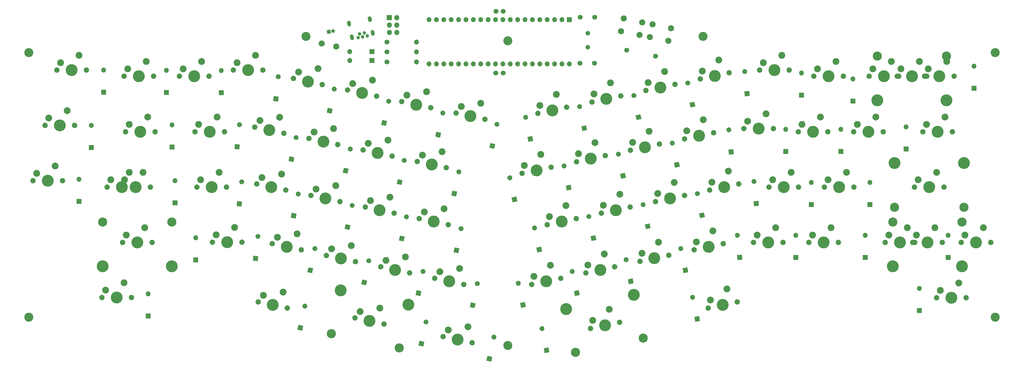
<source format=gbr>
%TF.GenerationSoftware,KiCad,Pcbnew,(5.1.7)-1*%
%TF.CreationDate,2020-11-01T13:44:48+07:00*%
%TF.ProjectId,sesame,73657361-6d65-42e6-9b69-6361645f7063,rev?*%
%TF.SameCoordinates,Original*%
%TF.FileFunction,Soldermask,Bot*%
%TF.FilePolarity,Negative*%
%FSLAX46Y46*%
G04 Gerber Fmt 4.6, Leading zero omitted, Abs format (unit mm)*
G04 Created by KiCad (PCBNEW (5.1.7)-1) date 2020-11-01 13:44:48*
%MOMM*%
%LPD*%
G01*
G04 APERTURE LIST*
%ADD10O,1.800000X1.800000*%
%ADD11C,1.200000*%
%ADD12C,3.100000*%
%ADD13C,1.300000*%
%ADD14C,2.350000*%
%ADD15C,4.087800*%
%ADD16C,1.850000*%
%ADD17C,3.148000*%
%ADD18O,1.700000X1.700000*%
%ADD19C,1.600000*%
%ADD20C,2.100000*%
%ADD21C,1.700000*%
G04 APERTURE END LIST*
D10*
%TO.C,AVR1*%
X173633750Y-74173750D03*
X171093750Y-74173750D03*
X173633750Y-71633750D03*
X171093750Y-71633750D03*
X173633750Y-69093750D03*
G36*
G01*
X170193750Y-69943750D02*
X170193750Y-68243750D01*
G75*
G02*
X170243750Y-68193750I50000J0D01*
G01*
X171943750Y-68193750D01*
G75*
G02*
X171993750Y-68243750I0J-50000D01*
G01*
X171993750Y-69943750D01*
G75*
G02*
X171943750Y-69993750I-50000J0D01*
G01*
X170243750Y-69993750D01*
G75*
G02*
X170193750Y-69943750I0J50000D01*
G01*
G37*
%TD*%
%TO.C,USB1*%
G36*
G01*
X158797549Y-75384011D02*
X158943087Y-76068715D01*
G75*
G02*
X158442434Y-76839654I-635796J-135143D01*
G01*
X158442434Y-76839654D01*
G75*
G02*
X157671495Y-76339001I-135143J635796D01*
G01*
X157525957Y-75654297D01*
G75*
G02*
X158026610Y-74883358I635796J135143D01*
G01*
X158026610Y-74883358D01*
G75*
G02*
X158797549Y-75384011I135143J-635796D01*
G01*
G37*
G36*
G01*
X165938027Y-73866255D02*
X166083565Y-74550959D01*
G75*
G02*
X165582912Y-75321898I-635796J-135143D01*
G01*
X165582912Y-75321898D01*
G75*
G02*
X164811973Y-74821245I-135143J635796D01*
G01*
X164666435Y-74136541D01*
G75*
G02*
X165167088Y-73365602I635796J135143D01*
G01*
X165167088Y-73365602D01*
G75*
G02*
X165938027Y-73866255I135143J-635796D01*
G01*
G37*
D11*
X163494544Y-75356858D03*
X162462532Y-74349410D03*
X161929508Y-75689517D03*
X160897496Y-74682069D03*
X160364472Y-76022175D03*
G36*
G01*
X164935892Y-69151584D02*
X165081430Y-69836288D01*
G75*
G02*
X164580777Y-70607227I-635796J-135143D01*
G01*
X164580777Y-70607227D01*
G75*
G02*
X163809838Y-70106574I-135143J635796D01*
G01*
X163664300Y-69421870D01*
G75*
G02*
X164164953Y-68650931I635796J135143D01*
G01*
X164164953Y-68650931D01*
G75*
G02*
X164935892Y-69151584I135143J-635796D01*
G01*
G37*
G36*
G01*
X157795415Y-70669339D02*
X157940953Y-71354043D01*
G75*
G02*
X157440300Y-72124982I-635796J-135143D01*
G01*
X157440300Y-72124982D01*
G75*
G02*
X156669361Y-71624329I-135143J635796D01*
G01*
X156523823Y-70939625D01*
G75*
G02*
X157024476Y-70168686I635796J135143D01*
G01*
X157024476Y-70168686D01*
G75*
G02*
X157795415Y-70669339I135143J-635796D01*
G01*
G37*
%TD*%
D12*
%TO.C,REF\u002A\u002A*%
X278955500Y-75565000D03*
%TD*%
D13*
%TO.C,C1*%
X151771721Y-73665632D03*
G36*
G01*
X149793451Y-74699532D02*
X149543957Y-73525754D01*
G75*
G02*
X149582468Y-73466451I48907J10396D01*
G01*
X150756246Y-73216957D01*
G75*
G02*
X150815549Y-73255468I10396J-48907D01*
G01*
X151065043Y-74429246D01*
G75*
G02*
X151026532Y-74488549I-48907J-10396D01*
G01*
X149852754Y-74738043D01*
G75*
G02*
X149793451Y-74699532I-10396J48907D01*
G01*
G37*
%TD*%
D14*
%TO.C,MX23*%
X189214686Y-115256606D03*
D15*
X185674000Y-119697500D03*
D14*
X182475353Y-116420862D03*
D16*
X180705010Y-118641309D03*
X190642990Y-120753691D03*
%TD*%
D12*
%TO.C,REF\u002A\u002A*%
X142430500Y-75565000D03*
%TD*%
D14*
%TO.C,MX61*%
X358711500Y-141414500D03*
D15*
X356171500Y-146494500D03*
D14*
X352361500Y-143954500D03*
D16*
X351091500Y-146494500D03*
X361251500Y-146494500D03*
D17*
X344265250Y-139509500D03*
X368077750Y-139509500D03*
D15*
X344265250Y-154749500D03*
X368077750Y-154749500D03*
%TD*%
D14*
%TO.C,MX59*%
X349250000Y-141414500D03*
D15*
X346710000Y-146494500D03*
D14*
X342900000Y-143954500D03*
D16*
X341630000Y-146494500D03*
X351790000Y-146494500D03*
%TD*%
D14*
%TO.C,MX31*%
X362204000Y-103314500D03*
D15*
X359664000Y-108394500D03*
D14*
X355854000Y-105854500D03*
D16*
X354584000Y-108394500D03*
X364744000Y-108394500D03*
%TD*%
D14*
%TO.C,MX15*%
X353377500Y-84201000D03*
D15*
X350837500Y-89281000D03*
D14*
X347027500Y-86741000D03*
D16*
X345757500Y-89281000D03*
X355917500Y-89281000D03*
D17*
X338931250Y-82296000D03*
X362743750Y-82296000D03*
D15*
X338931250Y-97536000D03*
X362743750Y-97536000D03*
%TD*%
D14*
%TO.C,MX33*%
X86360000Y-122364500D03*
D15*
X83820000Y-127444500D03*
D14*
X80010000Y-124904500D03*
D16*
X78740000Y-127444500D03*
X88900000Y-127444500D03*
%TD*%
D14*
%TO.C,MX18*%
X88011000Y-103314500D03*
D15*
X85471000Y-108394500D03*
D14*
X81661000Y-105854500D03*
D16*
X80391000Y-108394500D03*
X90551000Y-108394500D03*
%TD*%
D14*
%TO.C,MX69*%
X81610200Y-122377200D03*
D15*
X79070200Y-127457200D03*
D14*
X75260200Y-124917200D03*
D16*
X73990200Y-127457200D03*
X84150200Y-127457200D03*
%TD*%
D18*
%TO.C,D60*%
X334772000Y-144018000D03*
G36*
G01*
X335572000Y-152488000D02*
X333972000Y-152488000D01*
G75*
G02*
X333922000Y-152438000I0J50000D01*
G01*
X333922000Y-150838000D01*
G75*
G02*
X333972000Y-150788000I50000J0D01*
G01*
X335572000Y-150788000D01*
G75*
G02*
X335622000Y-150838000I0J-50000D01*
G01*
X335622000Y-152438000D01*
G75*
G02*
X335572000Y-152488000I-50000J0D01*
G01*
G37*
%TD*%
%TO.C,U1*%
X233045000Y-85026500D03*
X184785000Y-69786500D03*
X230505000Y-85026500D03*
X187325000Y-69786500D03*
X227965000Y-85026500D03*
X189865000Y-69786500D03*
X225425000Y-85026500D03*
X192405000Y-69786500D03*
X222885000Y-85026500D03*
X194945000Y-69786500D03*
X220345000Y-85026500D03*
X197485000Y-69786500D03*
X217805000Y-85026500D03*
X200025000Y-69786500D03*
X215265000Y-85026500D03*
X202565000Y-69786500D03*
X212725000Y-85026500D03*
X205105000Y-69786500D03*
X210185000Y-85026500D03*
X207645000Y-69786500D03*
X207645000Y-85026500D03*
X210185000Y-69786500D03*
X205105000Y-85026500D03*
X212725000Y-69786500D03*
X202565000Y-85026500D03*
X215265000Y-69786500D03*
X200025000Y-85026500D03*
X217805000Y-69786500D03*
X197485000Y-85026500D03*
X220345000Y-69786500D03*
X194945000Y-85026500D03*
X222885000Y-69786500D03*
X192405000Y-85026500D03*
X225425000Y-69786500D03*
X189865000Y-85026500D03*
X227965000Y-69786500D03*
X187325000Y-85026500D03*
X230505000Y-69786500D03*
X184785000Y-85026500D03*
G36*
G01*
X232245000Y-68936500D02*
X233845000Y-68936500D01*
G75*
G02*
X233895000Y-68986500I0J-50000D01*
G01*
X233895000Y-70586500D01*
G75*
G02*
X233845000Y-70636500I-50000J0D01*
G01*
X232245000Y-70636500D01*
G75*
G02*
X232195000Y-70586500I0J50000D01*
G01*
X232195000Y-68986500D01*
G75*
G02*
X232245000Y-68936500I50000J0D01*
G01*
G37*
%TD*%
D14*
%TO.C,MX5*%
X146606186Y-86681606D03*
D15*
X143065500Y-91122500D03*
D14*
X139866853Y-87845862D03*
D16*
X138096510Y-90066309D03*
X148034490Y-92178691D03*
%TD*%
D12*
%TO.C,REF\u002A\u002A*%
X211836000Y-181991000D03*
%TD*%
%TO.C,REF\u002A\u002A*%
X379476000Y-172212000D03*
%TD*%
%TO.C,REF\u002A\u002A*%
X379476000Y-81153000D03*
%TD*%
%TO.C,REF\u002A\u002A*%
X47117000Y-81153000D03*
%TD*%
%TO.C,REF\u002A\u002A*%
X47117000Y-172212000D03*
%TD*%
%TO.C,REF\u002A\u002A*%
X211836000Y-77089000D03*
%TD*%
D19*
%TO.C,XTAL1*%
X239331500Y-79302000D03*
X239331500Y-74422000D03*
%TD*%
D14*
%TO.C,MX24*%
X223170304Y-116168914D03*
D15*
X221742000Y-121666000D03*
D14*
X217487162Y-119973649D03*
D16*
X216773010Y-122722191D03*
X226710990Y-120609809D03*
%TD*%
D14*
%TO.C,MX28*%
X300672500Y-102235000D03*
D15*
X298132500Y-107315000D03*
D14*
X294322500Y-104775000D03*
D16*
X293052500Y-107315000D03*
X303212500Y-107315000D03*
%TD*%
D14*
%TO.C,MX66*%
X246728804Y-169572414D03*
D15*
X245300500Y-175069500D03*
D14*
X241045662Y-173377149D03*
D16*
X240331510Y-176125691D03*
X250269490Y-174013309D03*
D17*
X235106693Y-184377310D03*
X258398833Y-179426412D03*
D15*
X231938119Y-169470340D03*
X255230259Y-164519443D03*
%TD*%
D14*
%TO.C,MX65*%
X198104686Y-175518106D03*
D15*
X194564000Y-179959000D03*
D14*
X191365353Y-176682362D03*
D16*
X189595010Y-178902809D03*
X199532990Y-181015191D03*
%TD*%
D14*
%TO.C,MX64*%
X167815186Y-169104606D03*
D15*
X164274500Y-173545500D03*
D14*
X161075853Y-170268862D03*
D16*
X159305510Y-172489309D03*
X169243490Y-174601691D03*
D17*
X151176167Y-177902412D03*
X174468307Y-182853310D03*
D15*
X154344741Y-162995443D03*
X177636881Y-167946340D03*
%TD*%
D14*
%TO.C,MX46*%
X359346500Y-122364500D03*
D15*
X356806500Y-127444500D03*
D14*
X352996500Y-124904500D03*
D16*
X351726500Y-127444500D03*
X361886500Y-127444500D03*
D17*
X344900250Y-134429500D03*
X368712750Y-134429500D03*
D15*
X344900250Y-119189500D03*
X368712750Y-119189500D03*
%TD*%
D14*
%TO.C,MX47*%
X86931500Y-141414500D03*
D15*
X84391500Y-146494500D03*
D14*
X80581500Y-143954500D03*
D16*
X79311500Y-146494500D03*
X89471500Y-146494500D03*
D17*
X72485250Y-139509500D03*
X96297750Y-139509500D03*
D15*
X72485250Y-154749500D03*
X96297750Y-154749500D03*
%TD*%
D14*
%TO.C,MX16*%
X362839000Y-84201000D03*
D15*
X360299000Y-89281000D03*
D14*
X356489000Y-86741000D03*
D16*
X355219000Y-89281000D03*
X365379000Y-89281000D03*
%TD*%
D14*
%TO.C,MX45*%
X343789000Y-84201000D03*
D15*
X341249000Y-89281000D03*
D14*
X337439000Y-86741000D03*
D16*
X336169000Y-89281000D03*
X346329000Y-89281000D03*
%TD*%
D14*
%TO.C,MX68*%
X366966500Y-160464500D03*
D15*
X364426500Y-165544500D03*
D14*
X360616500Y-163004500D03*
D16*
X359346500Y-165544500D03*
X369506500Y-165544500D03*
%TD*%
D14*
%TO.C,MX67*%
X287178304Y-162523914D03*
D15*
X285750000Y-168021000D03*
D14*
X281495162Y-166328649D03*
D16*
X280781010Y-169077191D03*
X290718990Y-166964809D03*
%TD*%
D14*
%TO.C,MX63*%
X134541186Y-163580106D03*
D15*
X131000500Y-168021000D03*
D14*
X127801853Y-164744362D03*
D16*
X126031510Y-166964809D03*
X135969490Y-169077191D03*
%TD*%
D14*
%TO.C,MX62*%
X79819500Y-160401000D03*
D15*
X77279500Y-165481000D03*
D14*
X73469500Y-162941000D03*
D16*
X72199500Y-165481000D03*
X82359500Y-165481000D03*
%TD*%
D14*
%TO.C,MX60*%
X375412000Y-141414500D03*
D15*
X372872000Y-146494500D03*
D14*
X369062000Y-143954500D03*
D16*
X367792000Y-146494500D03*
X377952000Y-146494500D03*
%TD*%
D14*
%TO.C,MX58*%
X323024500Y-141414500D03*
D15*
X320484500Y-146494500D03*
D14*
X316674500Y-143954500D03*
D16*
X315404500Y-146494500D03*
X325564500Y-146494500D03*
%TD*%
D14*
%TO.C,MX57*%
X303974500Y-141414500D03*
D15*
X301434500Y-146494500D03*
D14*
X297624500Y-143954500D03*
D16*
X296354500Y-146494500D03*
X306514500Y-146494500D03*
%TD*%
D14*
%TO.C,MX56*%
X282352304Y-142521414D03*
D15*
X280924000Y-148018500D03*
D14*
X276669162Y-146326149D03*
D16*
X275955010Y-149074691D03*
X285892990Y-146962309D03*
%TD*%
D14*
%TO.C,MX55*%
X263683304Y-146458414D03*
D15*
X262255000Y-151955500D03*
D14*
X258000162Y-150263149D03*
D16*
X257286010Y-153011691D03*
X267223990Y-150899309D03*
%TD*%
D14*
%TO.C,MX54*%
X245077804Y-150458914D03*
D15*
X243649500Y-155956000D03*
D14*
X239394662Y-154263649D03*
D16*
X238680510Y-157012191D03*
X248618490Y-154899809D03*
%TD*%
D14*
%TO.C,MX53*%
X226472304Y-154395914D03*
D15*
X225044000Y-159893000D03*
D14*
X220789162Y-158200649D03*
D16*
X220075010Y-160949191D03*
X230012990Y-158836809D03*
%TD*%
D14*
%TO.C,MX52*%
X195247186Y-155452106D03*
D15*
X191706500Y-159893000D03*
D14*
X188507853Y-156616362D03*
D16*
X186737510Y-158836809D03*
X196675490Y-160949191D03*
%TD*%
D14*
%TO.C,MX51*%
X176641686Y-151515106D03*
D15*
X173101000Y-155956000D03*
D14*
X169902353Y-152679362D03*
D16*
X168132010Y-154899809D03*
X178069990Y-157012191D03*
%TD*%
D14*
%TO.C,MX50*%
X157972686Y-147578106D03*
D15*
X154432000Y-152019000D03*
D14*
X151233353Y-148742362D03*
D16*
X149463010Y-150962809D03*
X159400990Y-153075191D03*
%TD*%
D14*
%TO.C,MX49*%
X139367186Y-143577606D03*
D15*
X135826500Y-148018500D03*
D14*
X132627853Y-144741862D03*
D16*
X130857510Y-146962309D03*
X140795490Y-149074691D03*
%TD*%
D14*
%TO.C,MX48*%
X117856000Y-141351000D03*
D15*
X115316000Y-146431000D03*
D14*
X111506000Y-143891000D03*
D16*
X110236000Y-146431000D03*
X120396000Y-146431000D03*
%TD*%
D14*
%TO.C,MX44*%
X328358500Y-122364500D03*
D15*
X325818500Y-127444500D03*
D14*
X322008500Y-124904500D03*
D16*
X320738500Y-127444500D03*
X330898500Y-127444500D03*
%TD*%
D14*
%TO.C,MX43*%
X309308500Y-122364500D03*
D15*
X306768500Y-127444500D03*
D14*
X302958500Y-124904500D03*
D16*
X301688500Y-127444500D03*
X311848500Y-127444500D03*
%TD*%
D14*
%TO.C,MX42*%
X287686304Y-121947414D03*
D15*
X286258000Y-127444500D03*
D14*
X282003162Y-125752149D03*
D16*
X281289010Y-128500691D03*
X291226990Y-126388309D03*
%TD*%
D14*
%TO.C,MX41*%
X269080804Y-125884414D03*
D15*
X267652500Y-131381500D03*
D14*
X263397662Y-129689149D03*
D16*
X262683510Y-132437691D03*
X272621490Y-130325309D03*
%TD*%
D14*
%TO.C,MX40*%
X250411804Y-129884914D03*
D15*
X248983500Y-135382000D03*
D14*
X244728662Y-133689649D03*
D16*
X244014510Y-136438191D03*
X253952490Y-134325809D03*
%TD*%
D14*
%TO.C,MX39*%
X231806304Y-133821914D03*
D15*
X230378000Y-139319000D03*
D14*
X226123162Y-137626649D03*
D16*
X225409010Y-140375191D03*
X235346990Y-138262809D03*
%TD*%
D14*
%TO.C,MX38*%
X189913186Y-134878106D03*
D15*
X186372500Y-139319000D03*
D14*
X183173853Y-136042362D03*
D16*
X181403510Y-138262809D03*
X191341490Y-140375191D03*
%TD*%
D14*
%TO.C,MX37*%
X171307686Y-130941106D03*
D15*
X167767000Y-135382000D03*
D14*
X164568353Y-132105362D03*
D16*
X162798010Y-134325809D03*
X172735990Y-136438191D03*
%TD*%
D14*
%TO.C,MX36*%
X152638686Y-126940606D03*
D15*
X149098000Y-131381500D03*
D14*
X145899353Y-128104862D03*
D16*
X144129010Y-130325309D03*
X154066990Y-132437691D03*
%TD*%
D14*
%TO.C,MX35*%
X134033186Y-123003606D03*
D15*
X130492500Y-127444500D03*
D14*
X127293853Y-124167862D03*
D16*
X125523510Y-126388309D03*
X135461490Y-128500691D03*
%TD*%
D14*
%TO.C,MX34*%
X112522000Y-122364500D03*
D15*
X109982000Y-127444500D03*
D14*
X106172000Y-124904500D03*
D16*
X104902000Y-127444500D03*
X115062000Y-127444500D03*
%TD*%
D14*
%TO.C,MX32*%
X56134000Y-120205500D03*
D15*
X53594000Y-125285500D03*
D14*
X49784000Y-122745500D03*
D16*
X48514000Y-125285500D03*
X58674000Y-125285500D03*
%TD*%
D14*
%TO.C,MX30*%
X338391500Y-103314500D03*
D15*
X335851500Y-108394500D03*
D14*
X332041500Y-105854500D03*
D16*
X330771500Y-108394500D03*
X340931500Y-108394500D03*
%TD*%
D14*
%TO.C,MX29*%
X319341500Y-103314500D03*
D15*
X316801500Y-108394500D03*
D14*
X312991500Y-105854500D03*
D16*
X311721500Y-108394500D03*
X321881500Y-108394500D03*
%TD*%
D14*
%TO.C,MX27*%
X279050304Y-104294414D03*
D15*
X277622000Y-109791500D03*
D14*
X273367162Y-108099149D03*
D16*
X272653010Y-110847691D03*
X282590990Y-108735309D03*
%TD*%
D14*
%TO.C,MX26*%
X260444804Y-108231414D03*
D15*
X259016500Y-113728500D03*
D14*
X254761662Y-112036149D03*
D16*
X254047510Y-114784691D03*
X263985490Y-112672309D03*
%TD*%
D14*
%TO.C,MX25*%
X241839304Y-112168414D03*
D15*
X240411000Y-117665500D03*
D14*
X236156162Y-115973149D03*
D16*
X235442010Y-118721691D03*
X245379990Y-116609309D03*
%TD*%
D14*
%TO.C,MX22*%
X170609186Y-111256106D03*
D15*
X167068500Y-115697000D03*
D14*
X163869853Y-112420362D03*
D16*
X162099510Y-114640809D03*
X172037490Y-116753191D03*
%TD*%
D14*
%TO.C,MX21*%
X151940186Y-107319106D03*
D15*
X148399500Y-111760000D03*
D14*
X145200853Y-108483362D03*
D16*
X143430510Y-110703809D03*
X153368490Y-112816191D03*
%TD*%
D14*
%TO.C,MX20*%
X133334686Y-103382106D03*
D15*
X129794000Y-107823000D03*
D14*
X126595353Y-104546362D03*
D16*
X124825010Y-106766809D03*
X134762990Y-108879191D03*
%TD*%
D14*
%TO.C,MX19*%
X111823500Y-103314500D03*
D15*
X109283500Y-108394500D03*
D14*
X105473500Y-105854500D03*
D16*
X104203500Y-108394500D03*
X114363500Y-108394500D03*
%TD*%
D14*
%TO.C,MX17*%
X60261500Y-101155500D03*
D15*
X57721500Y-106235500D03*
D14*
X53911500Y-103695500D03*
D16*
X52641500Y-106235500D03*
X62801500Y-106235500D03*
%TD*%
D14*
%TO.C,MX14*%
X324739000Y-84201000D03*
D15*
X322199000Y-89281000D03*
D14*
X318389000Y-86741000D03*
D16*
X317119000Y-89281000D03*
X327279000Y-89281000D03*
%TD*%
D14*
%TO.C,MX13*%
X306070000Y-82105500D03*
D15*
X303530000Y-87185500D03*
D14*
X299720000Y-84645500D03*
D16*
X298450000Y-87185500D03*
X308610000Y-87185500D03*
%TD*%
D14*
%TO.C,MX12*%
X284447804Y-83656914D03*
D15*
X283019500Y-89154000D03*
D14*
X278764662Y-87461649D03*
D16*
X278050510Y-90210191D03*
X287988490Y-88097809D03*
%TD*%
D14*
%TO.C,MX11*%
X265778804Y-87657414D03*
D15*
X264350500Y-93154500D03*
D14*
X260095662Y-91462149D03*
D16*
X259381510Y-94210691D03*
X269319490Y-92098309D03*
%TD*%
D14*
%TO.C,MX10*%
X247173304Y-91594414D03*
D15*
X245745000Y-97091500D03*
D14*
X241490162Y-95399149D03*
D16*
X240776010Y-98147691D03*
X250713990Y-96035309D03*
%TD*%
D14*
%TO.C,MX9*%
X228567804Y-95531414D03*
D15*
X227139500Y-101028500D03*
D14*
X222884662Y-99336149D03*
D16*
X222170510Y-102084691D03*
X232108490Y-99972309D03*
%TD*%
D14*
%TO.C,MX8*%
X202549686Y-98556106D03*
D15*
X199009000Y-102997000D03*
D14*
X195810353Y-99720362D03*
D16*
X194040010Y-101940809D03*
X203977990Y-104053191D03*
%TD*%
D14*
%TO.C,MX7*%
X183880686Y-94619106D03*
D15*
X180340000Y-99060000D03*
D14*
X177141353Y-95783362D03*
D16*
X175371010Y-98003809D03*
X185308990Y-100116191D03*
%TD*%
D14*
%TO.C,MX6*%
X165275186Y-90618606D03*
D15*
X161734500Y-95059500D03*
D14*
X158535853Y-91782862D03*
D16*
X156765510Y-94003309D03*
X166703490Y-96115691D03*
%TD*%
D14*
%TO.C,MX4*%
X125095000Y-82105500D03*
D15*
X122555000Y-87185500D03*
D14*
X118745000Y-84645500D03*
D16*
X117475000Y-87185500D03*
X127635000Y-87185500D03*
%TD*%
D14*
%TO.C,MX3*%
X106521250Y-84201000D03*
D15*
X103981250Y-89281000D03*
D14*
X100171250Y-86741000D03*
D16*
X98901250Y-89281000D03*
X109061250Y-89281000D03*
%TD*%
D14*
%TO.C,MX2*%
X87471250Y-84201000D03*
D15*
X84931250Y-89281000D03*
D14*
X81121250Y-86741000D03*
D16*
X79851250Y-89281000D03*
X90011250Y-89281000D03*
%TD*%
D14*
%TO.C,MX1*%
X64389000Y-82105500D03*
D15*
X61849000Y-87185500D03*
D14*
X58039000Y-84645500D03*
D16*
X56769000Y-87185500D03*
X66929000Y-87185500D03*
%TD*%
D20*
%TO.C,Reset1*%
X267977959Y-72725426D03*
X267042357Y-77127090D03*
X261620000Y-71374000D03*
X260684397Y-75775664D03*
%TD*%
%TO.C,R6*%
G36*
G01*
X261836555Y-82199658D02*
X261836555Y-82199658D01*
G75*
G02*
X262844705Y-81544958I831425J-176725D01*
G01*
X262844705Y-81544958D01*
G75*
G02*
X263499405Y-82553108I-176725J-831425D01*
G01*
X263499405Y-82553108D01*
G75*
G02*
X262491255Y-83207808I-831425J176725D01*
G01*
X262491255Y-83207808D01*
G75*
G02*
X261836555Y-82199658I176725J831425D01*
G01*
G37*
D21*
X252730000Y-80264000D03*
%TD*%
D18*
%TO.C,R3*%
X180403500Y-80899000D03*
D21*
X170243500Y-80899000D03*
%TD*%
D18*
%TO.C,R2*%
X180403500Y-77470000D03*
D21*
X170243500Y-77470000D03*
%TD*%
D18*
%TO.C,R1*%
X180403500Y-84328000D03*
D21*
X170243500Y-84328000D03*
%TD*%
D20*
%TO.C,F1*%
X152794911Y-79043973D03*
X147828000Y-77978000D03*
%TD*%
D18*
%TO.C,D68*%
X353441000Y-162306000D03*
G36*
G01*
X354241000Y-170776000D02*
X352641000Y-170776000D01*
G75*
G02*
X352591000Y-170726000I0J50000D01*
G01*
X352591000Y-169126000D01*
G75*
G02*
X352641000Y-169076000I50000J0D01*
G01*
X354241000Y-169076000D01*
G75*
G02*
X354291000Y-169126000I0J-50000D01*
G01*
X354291000Y-170726000D01*
G75*
G02*
X354241000Y-170776000I-50000J0D01*
G01*
G37*
%TD*%
%TO.C,D67*%
G36*
G01*
X275579438Y-166224940D02*
X275579438Y-166224940D01*
G75*
G02*
X274571288Y-165570240I-176725J831425D01*
G01*
X274571288Y-165570240D01*
G75*
G02*
X275225988Y-164562090I831425J176725D01*
G01*
X275225988Y-164562090D01*
G75*
G02*
X276234138Y-165216790I176725J-831425D01*
G01*
X276234138Y-165216790D01*
G75*
G02*
X275579438Y-166224940I-831425J-176725D01*
G01*
G37*
G36*
G01*
X277946243Y-173512096D02*
X276381207Y-173844754D01*
G75*
G02*
X276321904Y-173806243I-10396J48907D01*
G01*
X275989246Y-172241207D01*
G75*
G02*
X276027757Y-172181904I48907J10396D01*
G01*
X277592793Y-171849246D01*
G75*
G02*
X277652096Y-171887757I10396J-48907D01*
G01*
X277984754Y-173452793D01*
G75*
G02*
X277946243Y-173512096I-48907J-10396D01*
G01*
G37*
%TD*%
%TO.C,D66*%
G36*
G01*
X223763438Y-177019940D02*
X223763438Y-177019940D01*
G75*
G02*
X222755288Y-176365240I-176725J831425D01*
G01*
X222755288Y-176365240D01*
G75*
G02*
X223409988Y-175357090I831425J176725D01*
G01*
X223409988Y-175357090D01*
G75*
G02*
X224418138Y-176011790I176725J-831425D01*
G01*
X224418138Y-176011790D01*
G75*
G02*
X223763438Y-177019940I-831425J-176725D01*
G01*
G37*
G36*
G01*
X226130243Y-184307096D02*
X224565207Y-184639754D01*
G75*
G02*
X224505904Y-184601243I-10396J48907D01*
G01*
X224173246Y-183036207D01*
G75*
G02*
X224211757Y-182976904I48907J10396D01*
G01*
X225776793Y-182644246D01*
G75*
G02*
X225836096Y-182682757I10396J-48907D01*
G01*
X226168754Y-184247793D01*
G75*
G02*
X226130243Y-184307096I-48907J-10396D01*
G01*
G37*
%TD*%
%TO.C,D65*%
G36*
G01*
X206893562Y-179940940D02*
X206893562Y-179940940D01*
G75*
G02*
X206238862Y-178932790I176725J831425D01*
G01*
X206238862Y-178932790D01*
G75*
G02*
X207247012Y-178278090I831425J-176725D01*
G01*
X207247012Y-178278090D01*
G75*
G02*
X207901712Y-179286240I-176725J-831425D01*
G01*
X207901712Y-179286240D01*
G75*
G02*
X206893562Y-179940940I-831425J176725D01*
G01*
G37*
G36*
G01*
X206091793Y-187560754D02*
X204526757Y-187228096D01*
G75*
G02*
X204488246Y-187168793I10396J48907D01*
G01*
X204820904Y-185603757D01*
G75*
G02*
X204880207Y-185565246I48907J-10396D01*
G01*
X206445243Y-185897904D01*
G75*
G02*
X206483754Y-185957207I-10396J-48907D01*
G01*
X206151096Y-187522243D01*
G75*
G02*
X206091793Y-187560754I-48907J10396D01*
G01*
G37*
%TD*%
%TO.C,D64*%
G36*
G01*
X183525562Y-174733940D02*
X183525562Y-174733940D01*
G75*
G02*
X182870862Y-173725790I176725J831425D01*
G01*
X182870862Y-173725790D01*
G75*
G02*
X183879012Y-173071090I831425J-176725D01*
G01*
X183879012Y-173071090D01*
G75*
G02*
X184533712Y-174079240I-176725J-831425D01*
G01*
X184533712Y-174079240D01*
G75*
G02*
X183525562Y-174733940I-831425J176725D01*
G01*
G37*
G36*
G01*
X182723793Y-182353754D02*
X181158757Y-182021096D01*
G75*
G02*
X181120246Y-181961793I10396J48907D01*
G01*
X181452904Y-180396757D01*
G75*
G02*
X181512207Y-180358246I48907J-10396D01*
G01*
X183077243Y-180690904D01*
G75*
G02*
X183115754Y-180750207I-10396J-48907D01*
G01*
X182783096Y-182315243D01*
G75*
G02*
X182723793Y-182353754I-48907J10396D01*
G01*
G37*
%TD*%
%TO.C,D63*%
G36*
G01*
X141869562Y-169272940D02*
X141869562Y-169272940D01*
G75*
G02*
X141214862Y-168264790I176725J831425D01*
G01*
X141214862Y-168264790D01*
G75*
G02*
X142223012Y-167610090I831425J-176725D01*
G01*
X142223012Y-167610090D01*
G75*
G02*
X142877712Y-168618240I-176725J-831425D01*
G01*
X142877712Y-168618240D01*
G75*
G02*
X141869562Y-169272940I-831425J176725D01*
G01*
G37*
G36*
G01*
X141067793Y-176892754D02*
X139502757Y-176560096D01*
G75*
G02*
X139464246Y-176500793I10396J48907D01*
G01*
X139796904Y-174935757D01*
G75*
G02*
X139856207Y-174897246I48907J-10396D01*
G01*
X141421243Y-175229904D01*
G75*
G02*
X141459754Y-175289207I-10396J-48907D01*
G01*
X141127096Y-176854243D01*
G75*
G02*
X141067793Y-176892754I-48907J10396D01*
G01*
G37*
%TD*%
%TO.C,D62*%
X88138000Y-164211000D03*
G36*
G01*
X88938000Y-172681000D02*
X87338000Y-172681000D01*
G75*
G02*
X87288000Y-172631000I0J50000D01*
G01*
X87288000Y-171031000D01*
G75*
G02*
X87338000Y-170981000I50000J0D01*
G01*
X88938000Y-170981000D01*
G75*
G02*
X88988000Y-171031000I0J-50000D01*
G01*
X88988000Y-172631000D01*
G75*
G02*
X88938000Y-172681000I-50000J0D01*
G01*
G37*
%TD*%
%TO.C,D61*%
X363347000Y-144018000D03*
G36*
G01*
X364147000Y-152488000D02*
X362547000Y-152488000D01*
G75*
G02*
X362497000Y-152438000I0J50000D01*
G01*
X362497000Y-150838000D01*
G75*
G02*
X362547000Y-150788000I50000J0D01*
G01*
X364147000Y-150788000D01*
G75*
G02*
X364197000Y-150838000I0J-50000D01*
G01*
X364197000Y-152438000D01*
G75*
G02*
X364147000Y-152488000I-50000J0D01*
G01*
G37*
%TD*%
%TO.C,D59*%
X310896000Y-144018000D03*
G36*
G01*
X311696000Y-152488000D02*
X310096000Y-152488000D01*
G75*
G02*
X310046000Y-152438000I0J50000D01*
G01*
X310046000Y-150838000D01*
G75*
G02*
X310096000Y-150788000I50000J0D01*
G01*
X311696000Y-150788000D01*
G75*
G02*
X311746000Y-150838000I0J-50000D01*
G01*
X311746000Y-152438000D01*
G75*
G02*
X311696000Y-152488000I-50000J0D01*
G01*
G37*
%TD*%
%TO.C,D58*%
G36*
G01*
X290884342Y-144905087D02*
X290884342Y-144905087D01*
G75*
G02*
X289950149Y-144148592I-88849J845344D01*
G01*
X289950149Y-144148592D01*
G75*
G02*
X290706644Y-143214399I845344J88849D01*
G01*
X290706644Y-143214399D01*
G75*
G02*
X291640837Y-143970894I88849J-845344D01*
G01*
X291640837Y-143970894D01*
G75*
G02*
X290884342Y-144905087I-845344J-88849D01*
G01*
G37*
G36*
G01*
X292476466Y-152399721D02*
X290885231Y-152566966D01*
G75*
G02*
X290830279Y-152522466I-5226J49726D01*
G01*
X290663034Y-150931231D01*
G75*
G02*
X290707534Y-150876279I49726J5226D01*
G01*
X292298769Y-150709034D01*
G75*
G02*
X292353721Y-150753534I5226J-49726D01*
G01*
X292520966Y-152344769D01*
G75*
G02*
X292476466Y-152399721I-49726J-5226D01*
G01*
G37*
%TD*%
%TO.C,D57*%
G36*
G01*
X271515438Y-149460940D02*
X271515438Y-149460940D01*
G75*
G02*
X270507288Y-148806240I-176725J831425D01*
G01*
X270507288Y-148806240D01*
G75*
G02*
X271161988Y-147798090I831425J176725D01*
G01*
X271161988Y-147798090D01*
G75*
G02*
X272170138Y-148452790I176725J-831425D01*
G01*
X272170138Y-148452790D01*
G75*
G02*
X271515438Y-149460940I-831425J-176725D01*
G01*
G37*
G36*
G01*
X273882243Y-156748096D02*
X272317207Y-157080754D01*
G75*
G02*
X272257904Y-157042243I-10396J48907D01*
G01*
X271925246Y-155477207D01*
G75*
G02*
X271963757Y-155417904I48907J10396D01*
G01*
X273528793Y-155085246D01*
G75*
G02*
X273588096Y-155123757I10396J-48907D01*
G01*
X273920754Y-156688793D01*
G75*
G02*
X273882243Y-156748096I-48907J-10396D01*
G01*
G37*
%TD*%
%TO.C,D56*%
G36*
G01*
X252719438Y-153270940D02*
X252719438Y-153270940D01*
G75*
G02*
X251711288Y-152616240I-176725J831425D01*
G01*
X251711288Y-152616240D01*
G75*
G02*
X252365988Y-151608090I831425J176725D01*
G01*
X252365988Y-151608090D01*
G75*
G02*
X253374138Y-152262790I176725J-831425D01*
G01*
X253374138Y-152262790D01*
G75*
G02*
X252719438Y-153270940I-831425J-176725D01*
G01*
G37*
G36*
G01*
X255086243Y-160558096D02*
X253521207Y-160890754D01*
G75*
G02*
X253461904Y-160852243I-10396J48907D01*
G01*
X253129246Y-159287207D01*
G75*
G02*
X253167757Y-159227904I48907J10396D01*
G01*
X254732793Y-158895246D01*
G75*
G02*
X254792096Y-158933757I10396J-48907D01*
G01*
X255124754Y-160498793D01*
G75*
G02*
X255086243Y-160558096I-48907J-10396D01*
G01*
G37*
%TD*%
%TO.C,D55*%
G36*
G01*
X234177438Y-157334940D02*
X234177438Y-157334940D01*
G75*
G02*
X233169288Y-156680240I-176725J831425D01*
G01*
X233169288Y-156680240D01*
G75*
G02*
X233823988Y-155672090I831425J176725D01*
G01*
X233823988Y-155672090D01*
G75*
G02*
X234832138Y-156326790I176725J-831425D01*
G01*
X234832138Y-156326790D01*
G75*
G02*
X234177438Y-157334940I-831425J-176725D01*
G01*
G37*
G36*
G01*
X236544243Y-164622096D02*
X234979207Y-164954754D01*
G75*
G02*
X234919904Y-164916243I-10396J48907D01*
G01*
X234587246Y-163351207D01*
G75*
G02*
X234625757Y-163291904I48907J10396D01*
G01*
X236190793Y-162959246D01*
G75*
G02*
X236250096Y-162997757I10396J-48907D01*
G01*
X236582754Y-164562793D01*
G75*
G02*
X236544243Y-164622096I-48907J-10396D01*
G01*
G37*
%TD*%
%TO.C,D54*%
G36*
G01*
X215635438Y-161398940D02*
X215635438Y-161398940D01*
G75*
G02*
X214627288Y-160744240I-176725J831425D01*
G01*
X214627288Y-160744240D01*
G75*
G02*
X215281988Y-159736090I831425J176725D01*
G01*
X215281988Y-159736090D01*
G75*
G02*
X216290138Y-160390790I176725J-831425D01*
G01*
X216290138Y-160390790D01*
G75*
G02*
X215635438Y-161398940I-831425J-176725D01*
G01*
G37*
G36*
G01*
X218002243Y-168686096D02*
X216437207Y-169018754D01*
G75*
G02*
X216377904Y-168980243I-10396J48907D01*
G01*
X216045246Y-167415207D01*
G75*
G02*
X216083757Y-167355904I48907J10396D01*
G01*
X217648793Y-167023246D01*
G75*
G02*
X217708096Y-167061757I10396J-48907D01*
G01*
X218040754Y-168626793D01*
G75*
G02*
X218002243Y-168686096I-48907J-10396D01*
G01*
G37*
%TD*%
%TO.C,D53*%
G36*
G01*
X201178562Y-161525940D02*
X201178562Y-161525940D01*
G75*
G02*
X200523862Y-160517790I176725J831425D01*
G01*
X200523862Y-160517790D01*
G75*
G02*
X201532012Y-159863090I831425J-176725D01*
G01*
X201532012Y-159863090D01*
G75*
G02*
X202186712Y-160871240I-176725J-831425D01*
G01*
X202186712Y-160871240D01*
G75*
G02*
X201178562Y-161525940I-831425J176725D01*
G01*
G37*
G36*
G01*
X200376793Y-169145754D02*
X198811757Y-168813096D01*
G75*
G02*
X198773246Y-168753793I10396J48907D01*
G01*
X199105904Y-167188757D01*
G75*
G02*
X199165207Y-167150246I48907J-10396D01*
G01*
X200730243Y-167482904D01*
G75*
G02*
X200768754Y-167542207I-10396J-48907D01*
G01*
X200436096Y-169107243D01*
G75*
G02*
X200376793Y-169145754I-48907J10396D01*
G01*
G37*
%TD*%
%TO.C,D52*%
G36*
G01*
X182509562Y-157334940D02*
X182509562Y-157334940D01*
G75*
G02*
X181854862Y-156326790I176725J831425D01*
G01*
X181854862Y-156326790D01*
G75*
G02*
X182863012Y-155672090I831425J-176725D01*
G01*
X182863012Y-155672090D01*
G75*
G02*
X183517712Y-156680240I-176725J-831425D01*
G01*
X183517712Y-156680240D01*
G75*
G02*
X182509562Y-157334940I-831425J176725D01*
G01*
G37*
G36*
G01*
X181707793Y-164954754D02*
X180142757Y-164622096D01*
G75*
G02*
X180104246Y-164562793I10396J48907D01*
G01*
X180436904Y-162997757D01*
G75*
G02*
X180496207Y-162959246I48907J-10396D01*
G01*
X182061243Y-163291904D01*
G75*
G02*
X182099754Y-163351207I-10396J-48907D01*
G01*
X181767096Y-164916243D01*
G75*
G02*
X181707793Y-164954754I-48907J10396D01*
G01*
G37*
%TD*%
%TO.C,D51*%
G36*
G01*
X163840562Y-153651940D02*
X163840562Y-153651940D01*
G75*
G02*
X163185862Y-152643790I176725J831425D01*
G01*
X163185862Y-152643790D01*
G75*
G02*
X164194012Y-151989090I831425J-176725D01*
G01*
X164194012Y-151989090D01*
G75*
G02*
X164848712Y-152997240I-176725J-831425D01*
G01*
X164848712Y-152997240D01*
G75*
G02*
X163840562Y-153651940I-831425J176725D01*
G01*
G37*
G36*
G01*
X163038793Y-161271754D02*
X161473757Y-160939096D01*
G75*
G02*
X161435246Y-160879793I10396J48907D01*
G01*
X161767904Y-159314757D01*
G75*
G02*
X161827207Y-159276246I48907J-10396D01*
G01*
X163392243Y-159608904D01*
G75*
G02*
X163430754Y-159668207I-10396J-48907D01*
G01*
X163098096Y-161233243D01*
G75*
G02*
X163038793Y-161271754I-48907J10396D01*
G01*
G37*
%TD*%
%TO.C,D50*%
G36*
G01*
X145298562Y-149460940D02*
X145298562Y-149460940D01*
G75*
G02*
X144643862Y-148452790I176725J831425D01*
G01*
X144643862Y-148452790D01*
G75*
G02*
X145652012Y-147798090I831425J-176725D01*
G01*
X145652012Y-147798090D01*
G75*
G02*
X146306712Y-148806240I-176725J-831425D01*
G01*
X146306712Y-148806240D01*
G75*
G02*
X145298562Y-149460940I-831425J176725D01*
G01*
G37*
G36*
G01*
X144496793Y-157080754D02*
X142931757Y-156748096D01*
G75*
G02*
X142893246Y-156688793I10396J48907D01*
G01*
X143225904Y-155123757D01*
G75*
G02*
X143285207Y-155085246I48907J-10396D01*
G01*
X144850243Y-155417904D01*
G75*
G02*
X144888754Y-155477207I-10396J-48907D01*
G01*
X144556096Y-157042243D01*
G75*
G02*
X144496793Y-157080754I-48907J10396D01*
G01*
G37*
%TD*%
%TO.C,D49*%
G36*
G01*
X125802658Y-145286087D02*
X125802658Y-145286087D01*
G75*
G02*
X125046163Y-144351894I88849J845344D01*
G01*
X125046163Y-144351894D01*
G75*
G02*
X125980356Y-143595399I845344J-88849D01*
G01*
X125980356Y-143595399D01*
G75*
G02*
X126736851Y-144529592I-88849J-845344D01*
G01*
X126736851Y-144529592D01*
G75*
G02*
X125802658Y-145286087I-845344J88849D01*
G01*
G37*
G36*
G01*
X125801769Y-152947966D02*
X124210534Y-152780721D01*
G75*
G02*
X124166034Y-152725769I5226J49726D01*
G01*
X124333279Y-151134534D01*
G75*
G02*
X124388231Y-151090034I49726J-5226D01*
G01*
X125979466Y-151257279D01*
G75*
G02*
X126023966Y-151312231I-5226J-49726D01*
G01*
X125856721Y-152903466D01*
G75*
G02*
X125801769Y-152947966I-49726J5226D01*
G01*
G37*
%TD*%
%TO.C,D48*%
X104521000Y-144907000D03*
G36*
G01*
X105321000Y-153377000D02*
X103721000Y-153377000D01*
G75*
G02*
X103671000Y-153327000I0J50000D01*
G01*
X103671000Y-151727000D01*
G75*
G02*
X103721000Y-151677000I50000J0D01*
G01*
X105321000Y-151677000D01*
G75*
G02*
X105371000Y-151727000I0J-50000D01*
G01*
X105371000Y-153327000D01*
G75*
G02*
X105321000Y-153377000I-50000J0D01*
G01*
G37*
%TD*%
%TO.C,D47*%
X336423000Y-125857000D03*
G36*
G01*
X337223000Y-134327000D02*
X335623000Y-134327000D01*
G75*
G02*
X335573000Y-134277000I0J50000D01*
G01*
X335573000Y-132677000D01*
G75*
G02*
X335623000Y-132627000I50000J0D01*
G01*
X337223000Y-132627000D01*
G75*
G02*
X337273000Y-132677000I0J-50000D01*
G01*
X337273000Y-134277000D01*
G75*
G02*
X337223000Y-134327000I-50000J0D01*
G01*
G37*
%TD*%
%TO.C,D45*%
X316230000Y-125857000D03*
G36*
G01*
X317030000Y-134327000D02*
X315430000Y-134327000D01*
G75*
G02*
X315380000Y-134277000I0J50000D01*
G01*
X315380000Y-132677000D01*
G75*
G02*
X315430000Y-132627000I50000J0D01*
G01*
X317030000Y-132627000D01*
G75*
G02*
X317080000Y-132677000I0J-50000D01*
G01*
X317080000Y-134277000D01*
G75*
G02*
X317030000Y-134327000I-50000J0D01*
G01*
G37*
%TD*%
%TO.C,D44*%
G36*
G01*
X296599342Y-126363087D02*
X296599342Y-126363087D01*
G75*
G02*
X295665149Y-125606592I-88849J845344D01*
G01*
X295665149Y-125606592D01*
G75*
G02*
X296421644Y-124672399I845344J88849D01*
G01*
X296421644Y-124672399D01*
G75*
G02*
X297355837Y-125428894I88849J-845344D01*
G01*
X297355837Y-125428894D01*
G75*
G02*
X296599342Y-126363087I-845344J-88849D01*
G01*
G37*
G36*
G01*
X298191466Y-133857721D02*
X296600231Y-134024966D01*
G75*
G02*
X296545279Y-133980466I-5226J49726D01*
G01*
X296378034Y-132389231D01*
G75*
G02*
X296422534Y-132334279I49726J5226D01*
G01*
X298013769Y-132167034D01*
G75*
G02*
X298068721Y-132211534I5226J-49726D01*
G01*
X298235966Y-133802769D01*
G75*
G02*
X298191466Y-133857721I-49726J-5226D01*
G01*
G37*
%TD*%
%TO.C,D43*%
G36*
G01*
X277230438Y-130537940D02*
X277230438Y-130537940D01*
G75*
G02*
X276222288Y-129883240I-176725J831425D01*
G01*
X276222288Y-129883240D01*
G75*
G02*
X276876988Y-128875090I831425J176725D01*
G01*
X276876988Y-128875090D01*
G75*
G02*
X277885138Y-129529790I176725J-831425D01*
G01*
X277885138Y-129529790D01*
G75*
G02*
X277230438Y-130537940I-831425J-176725D01*
G01*
G37*
G36*
G01*
X279597243Y-137825096D02*
X278032207Y-138157754D01*
G75*
G02*
X277972904Y-138119243I-10396J48907D01*
G01*
X277640246Y-136554207D01*
G75*
G02*
X277678757Y-136494904I48907J10396D01*
G01*
X279243793Y-136162246D01*
G75*
G02*
X279303096Y-136200757I10396J-48907D01*
G01*
X279635754Y-137765793D01*
G75*
G02*
X279597243Y-137825096I-48907J-10396D01*
G01*
G37*
%TD*%
%TO.C,D42*%
G36*
G01*
X258561438Y-134347940D02*
X258561438Y-134347940D01*
G75*
G02*
X257553288Y-133693240I-176725J831425D01*
G01*
X257553288Y-133693240D01*
G75*
G02*
X258207988Y-132685090I831425J176725D01*
G01*
X258207988Y-132685090D01*
G75*
G02*
X259216138Y-133339790I176725J-831425D01*
G01*
X259216138Y-133339790D01*
G75*
G02*
X258561438Y-134347940I-831425J-176725D01*
G01*
G37*
G36*
G01*
X260928243Y-141635096D02*
X259363207Y-141967754D01*
G75*
G02*
X259303904Y-141929243I-10396J48907D01*
G01*
X258971246Y-140364207D01*
G75*
G02*
X259009757Y-140304904I48907J10396D01*
G01*
X260574793Y-139972246D01*
G75*
G02*
X260634096Y-140010757I10396J-48907D01*
G01*
X260966754Y-141575793D01*
G75*
G02*
X260928243Y-141635096I-48907J-10396D01*
G01*
G37*
%TD*%
%TO.C,D41*%
G36*
G01*
X239892438Y-138411940D02*
X239892438Y-138411940D01*
G75*
G02*
X238884288Y-137757240I-176725J831425D01*
G01*
X238884288Y-137757240D01*
G75*
G02*
X239538988Y-136749090I831425J176725D01*
G01*
X239538988Y-136749090D01*
G75*
G02*
X240547138Y-137403790I176725J-831425D01*
G01*
X240547138Y-137403790D01*
G75*
G02*
X239892438Y-138411940I-831425J-176725D01*
G01*
G37*
G36*
G01*
X242259243Y-145699096D02*
X240694207Y-146031754D01*
G75*
G02*
X240634904Y-145993243I-10396J48907D01*
G01*
X240302246Y-144428207D01*
G75*
G02*
X240340757Y-144368904I48907J10396D01*
G01*
X241905793Y-144036246D01*
G75*
G02*
X241965096Y-144074757I10396J-48907D01*
G01*
X242297754Y-145639793D01*
G75*
G02*
X242259243Y-145699096I-48907J-10396D01*
G01*
G37*
%TD*%
%TO.C,D40*%
G36*
G01*
X221223438Y-142348940D02*
X221223438Y-142348940D01*
G75*
G02*
X220215288Y-141694240I-176725J831425D01*
G01*
X220215288Y-141694240D01*
G75*
G02*
X220869988Y-140686090I831425J176725D01*
G01*
X220869988Y-140686090D01*
G75*
G02*
X221878138Y-141340790I176725J-831425D01*
G01*
X221878138Y-141340790D01*
G75*
G02*
X221223438Y-142348940I-831425J-176725D01*
G01*
G37*
G36*
G01*
X223590243Y-149636096D02*
X222025207Y-149968754D01*
G75*
G02*
X221965904Y-149930243I-10396J48907D01*
G01*
X221633246Y-148365207D01*
G75*
G02*
X221671757Y-148305904I48907J10396D01*
G01*
X223236793Y-147973246D01*
G75*
G02*
X223296096Y-148011757I10396J-48907D01*
G01*
X223628754Y-149576793D01*
G75*
G02*
X223590243Y-149636096I-48907J-10396D01*
G01*
G37*
%TD*%
%TO.C,D39*%
G36*
G01*
X195590562Y-142602940D02*
X195590562Y-142602940D01*
G75*
G02*
X194935862Y-141594790I176725J831425D01*
G01*
X194935862Y-141594790D01*
G75*
G02*
X195944012Y-140940090I831425J-176725D01*
G01*
X195944012Y-140940090D01*
G75*
G02*
X196598712Y-141948240I-176725J-831425D01*
G01*
X196598712Y-141948240D01*
G75*
G02*
X195590562Y-142602940I-831425J176725D01*
G01*
G37*
G36*
G01*
X194788793Y-150222754D02*
X193223757Y-149890096D01*
G75*
G02*
X193185246Y-149830793I10396J48907D01*
G01*
X193517904Y-148265757D01*
G75*
G02*
X193577207Y-148227246I48907J-10396D01*
G01*
X195142243Y-148559904D01*
G75*
G02*
X195180754Y-148619207I-10396J-48907D01*
G01*
X194848096Y-150184243D01*
G75*
G02*
X194788793Y-150222754I-48907J10396D01*
G01*
G37*
%TD*%
%TO.C,D38*%
G36*
G01*
X176794562Y-138538940D02*
X176794562Y-138538940D01*
G75*
G02*
X176139862Y-137530790I176725J831425D01*
G01*
X176139862Y-137530790D01*
G75*
G02*
X177148012Y-136876090I831425J-176725D01*
G01*
X177148012Y-136876090D01*
G75*
G02*
X177802712Y-137884240I-176725J-831425D01*
G01*
X177802712Y-137884240D01*
G75*
G02*
X176794562Y-138538940I-831425J176725D01*
G01*
G37*
G36*
G01*
X175992793Y-146158754D02*
X174427757Y-145826096D01*
G75*
G02*
X174389246Y-145766793I10396J48907D01*
G01*
X174721904Y-144201757D01*
G75*
G02*
X174781207Y-144163246I48907J-10396D01*
G01*
X176346243Y-144495904D01*
G75*
G02*
X176384754Y-144555207I-10396J-48907D01*
G01*
X176052096Y-146120243D01*
G75*
G02*
X175992793Y-146158754I-48907J10396D01*
G01*
G37*
%TD*%
%TO.C,D37*%
G36*
G01*
X158125562Y-134601940D02*
X158125562Y-134601940D01*
G75*
G02*
X157470862Y-133593790I176725J831425D01*
G01*
X157470862Y-133593790D01*
G75*
G02*
X158479012Y-132939090I831425J-176725D01*
G01*
X158479012Y-132939090D01*
G75*
G02*
X159133712Y-133947240I-176725J-831425D01*
G01*
X159133712Y-133947240D01*
G75*
G02*
X158125562Y-134601940I-831425J176725D01*
G01*
G37*
G36*
G01*
X157323793Y-142221754D02*
X155758757Y-141889096D01*
G75*
G02*
X155720246Y-141829793I10396J48907D01*
G01*
X156052904Y-140264757D01*
G75*
G02*
X156112207Y-140226246I48907J-10396D01*
G01*
X157677243Y-140558904D01*
G75*
G02*
X157715754Y-140618207I-10396J-48907D01*
G01*
X157383096Y-142183243D01*
G75*
G02*
X157323793Y-142221754I-48907J10396D01*
G01*
G37*
%TD*%
%TO.C,D36*%
G36*
G01*
X139583562Y-130664940D02*
X139583562Y-130664940D01*
G75*
G02*
X138928862Y-129656790I176725J831425D01*
G01*
X138928862Y-129656790D01*
G75*
G02*
X139937012Y-129002090I831425J-176725D01*
G01*
X139937012Y-129002090D01*
G75*
G02*
X140591712Y-130010240I-176725J-831425D01*
G01*
X140591712Y-130010240D01*
G75*
G02*
X139583562Y-130664940I-831425J176725D01*
G01*
G37*
G36*
G01*
X138781793Y-138284754D02*
X137216757Y-137952096D01*
G75*
G02*
X137178246Y-137892793I10396J48907D01*
G01*
X137510904Y-136327757D01*
G75*
G02*
X137570207Y-136289246I48907J-10396D01*
G01*
X139135243Y-136621904D01*
G75*
G02*
X139173754Y-136681207I-10396J-48907D01*
G01*
X138841096Y-138246243D01*
G75*
G02*
X138781793Y-138284754I-48907J10396D01*
G01*
G37*
%TD*%
%TO.C,D35*%
G36*
G01*
X120214658Y-126490087D02*
X120214658Y-126490087D01*
G75*
G02*
X119458163Y-125555894I88849J845344D01*
G01*
X119458163Y-125555894D01*
G75*
G02*
X120392356Y-124799399I845344J-88849D01*
G01*
X120392356Y-124799399D01*
G75*
G02*
X121148851Y-125733592I-88849J-845344D01*
G01*
X121148851Y-125733592D01*
G75*
G02*
X120214658Y-126490087I-845344J88849D01*
G01*
G37*
G36*
G01*
X120213769Y-134151966D02*
X118622534Y-133984721D01*
G75*
G02*
X118578034Y-133929769I5226J49726D01*
G01*
X118745279Y-132338534D01*
G75*
G02*
X118800231Y-132294034I49726J-5226D01*
G01*
X120391466Y-132461279D01*
G75*
G02*
X120435966Y-132516231I-5226J-49726D01*
G01*
X120268721Y-134107466D01*
G75*
G02*
X120213769Y-134151966I-49726J5226D01*
G01*
G37*
%TD*%
%TO.C,D34*%
X97409000Y-125222000D03*
G36*
G01*
X98209000Y-133692000D02*
X96609000Y-133692000D01*
G75*
G02*
X96559000Y-133642000I0J50000D01*
G01*
X96559000Y-132042000D01*
G75*
G02*
X96609000Y-131992000I50000J0D01*
G01*
X98209000Y-131992000D01*
G75*
G02*
X98259000Y-132042000I0J-50000D01*
G01*
X98259000Y-133642000D01*
G75*
G02*
X98209000Y-133692000I-50000J0D01*
G01*
G37*
%TD*%
%TO.C,D33*%
X64389000Y-124714000D03*
G36*
G01*
X65189000Y-133184000D02*
X63589000Y-133184000D01*
G75*
G02*
X63539000Y-133134000I0J50000D01*
G01*
X63539000Y-131534000D01*
G75*
G02*
X63589000Y-131484000I50000J0D01*
G01*
X65189000Y-131484000D01*
G75*
G02*
X65239000Y-131534000I0J-50000D01*
G01*
X65239000Y-133134000D01*
G75*
G02*
X65189000Y-133184000I-50000J0D01*
G01*
G37*
%TD*%
%TO.C,D32*%
X348869000Y-106680000D03*
G36*
G01*
X349669000Y-115150000D02*
X348069000Y-115150000D01*
G75*
G02*
X348019000Y-115100000I0J50000D01*
G01*
X348019000Y-113500000D01*
G75*
G02*
X348069000Y-113450000I50000J0D01*
G01*
X349669000Y-113450000D01*
G75*
G02*
X349719000Y-113500000I0J-50000D01*
G01*
X349719000Y-115100000D01*
G75*
G02*
X349669000Y-115150000I-50000J0D01*
G01*
G37*
%TD*%
%TO.C,D31*%
X326390000Y-107569000D03*
G36*
G01*
X327190000Y-116039000D02*
X325590000Y-116039000D01*
G75*
G02*
X325540000Y-115989000I0J50000D01*
G01*
X325540000Y-114389000D01*
G75*
G02*
X325590000Y-114339000I50000J0D01*
G01*
X327190000Y-114339000D01*
G75*
G02*
X327240000Y-114389000I0J-50000D01*
G01*
X327240000Y-115989000D01*
G75*
G02*
X327190000Y-116039000I-50000J0D01*
G01*
G37*
%TD*%
%TO.C,D30*%
X307467000Y-107569000D03*
G36*
G01*
X308267000Y-116039000D02*
X306667000Y-116039000D01*
G75*
G02*
X306617000Y-115989000I0J50000D01*
G01*
X306617000Y-114389000D01*
G75*
G02*
X306667000Y-114339000I50000J0D01*
G01*
X308267000Y-114339000D01*
G75*
G02*
X308317000Y-114389000I0J-50000D01*
G01*
X308317000Y-115989000D01*
G75*
G02*
X308267000Y-116039000I-50000J0D01*
G01*
G37*
%TD*%
%TO.C,D29*%
G36*
G01*
X287963342Y-108583087D02*
X287963342Y-108583087D01*
G75*
G02*
X287029149Y-107826592I-88849J845344D01*
G01*
X287029149Y-107826592D01*
G75*
G02*
X287785644Y-106892399I845344J88849D01*
G01*
X287785644Y-106892399D01*
G75*
G02*
X288719837Y-107648894I88849J-845344D01*
G01*
X288719837Y-107648894D01*
G75*
G02*
X287963342Y-108583087I-845344J-88849D01*
G01*
G37*
G36*
G01*
X289555466Y-116077721D02*
X287964231Y-116244966D01*
G75*
G02*
X287909279Y-116200466I-5226J49726D01*
G01*
X287742034Y-114609231D01*
G75*
G02*
X287786534Y-114554279I49726J5226D01*
G01*
X289377769Y-114387034D01*
G75*
G02*
X289432721Y-114431534I5226J-49726D01*
G01*
X289599966Y-116022769D01*
G75*
G02*
X289555466Y-116077721I-49726J-5226D01*
G01*
G37*
%TD*%
%TO.C,D28*%
G36*
G01*
X268594438Y-113138940D02*
X268594438Y-113138940D01*
G75*
G02*
X267586288Y-112484240I-176725J831425D01*
G01*
X267586288Y-112484240D01*
G75*
G02*
X268240988Y-111476090I831425J176725D01*
G01*
X268240988Y-111476090D01*
G75*
G02*
X269249138Y-112130790I176725J-831425D01*
G01*
X269249138Y-112130790D01*
G75*
G02*
X268594438Y-113138940I-831425J-176725D01*
G01*
G37*
G36*
G01*
X270961243Y-120426096D02*
X269396207Y-120758754D01*
G75*
G02*
X269336904Y-120720243I-10396J48907D01*
G01*
X269004246Y-119155207D01*
G75*
G02*
X269042757Y-119095904I48907J10396D01*
G01*
X270607793Y-118763246D01*
G75*
G02*
X270667096Y-118801757I10396J-48907D01*
G01*
X270999754Y-120366793D01*
G75*
G02*
X270961243Y-120426096I-48907J-10396D01*
G01*
G37*
%TD*%
%TO.C,D27*%
G36*
G01*
X250052438Y-116948940D02*
X250052438Y-116948940D01*
G75*
G02*
X249044288Y-116294240I-176725J831425D01*
G01*
X249044288Y-116294240D01*
G75*
G02*
X249698988Y-115286090I831425J176725D01*
G01*
X249698988Y-115286090D01*
G75*
G02*
X250707138Y-115940790I176725J-831425D01*
G01*
X250707138Y-115940790D01*
G75*
G02*
X250052438Y-116948940I-831425J-176725D01*
G01*
G37*
G36*
G01*
X252419243Y-124236096D02*
X250854207Y-124568754D01*
G75*
G02*
X250794904Y-124530243I-10396J48907D01*
G01*
X250462246Y-122965207D01*
G75*
G02*
X250500757Y-122905904I48907J10396D01*
G01*
X252065793Y-122573246D01*
G75*
G02*
X252125096Y-122611757I10396J-48907D01*
G01*
X252457754Y-124176793D01*
G75*
G02*
X252419243Y-124236096I-48907J-10396D01*
G01*
G37*
%TD*%
%TO.C,D26*%
G36*
G01*
X231383438Y-121012940D02*
X231383438Y-121012940D01*
G75*
G02*
X230375288Y-120358240I-176725J831425D01*
G01*
X230375288Y-120358240D01*
G75*
G02*
X231029988Y-119350090I831425J176725D01*
G01*
X231029988Y-119350090D01*
G75*
G02*
X232038138Y-120004790I176725J-831425D01*
G01*
X232038138Y-120004790D01*
G75*
G02*
X231383438Y-121012940I-831425J-176725D01*
G01*
G37*
G36*
G01*
X233750243Y-128300096D02*
X232185207Y-128632754D01*
G75*
G02*
X232125904Y-128594243I-10396J48907D01*
G01*
X231793246Y-127029207D01*
G75*
G02*
X231831757Y-126969904I48907J10396D01*
G01*
X233396793Y-126637246D01*
G75*
G02*
X233456096Y-126675757I10396J-48907D01*
G01*
X233788754Y-128240793D01*
G75*
G02*
X233750243Y-128300096I-48907J-10396D01*
G01*
G37*
%TD*%
%TO.C,D25*%
G36*
G01*
X212714438Y-125076940D02*
X212714438Y-125076940D01*
G75*
G02*
X211706288Y-124422240I-176725J831425D01*
G01*
X211706288Y-124422240D01*
G75*
G02*
X212360988Y-123414090I831425J176725D01*
G01*
X212360988Y-123414090D01*
G75*
G02*
X213369138Y-124068790I176725J-831425D01*
G01*
X213369138Y-124068790D01*
G75*
G02*
X212714438Y-125076940I-831425J-176725D01*
G01*
G37*
G36*
G01*
X215081243Y-132364096D02*
X213516207Y-132696754D01*
G75*
G02*
X213456904Y-132658243I-10396J48907D01*
G01*
X213124246Y-131093207D01*
G75*
G02*
X213162757Y-131033904I48907J10396D01*
G01*
X214727793Y-130701246D01*
G75*
G02*
X214787096Y-130739757I10396J-48907D01*
G01*
X215119754Y-132304793D01*
G75*
G02*
X215081243Y-132364096I-48907J-10396D01*
G01*
G37*
%TD*%
%TO.C,D24*%
G36*
G01*
X194828562Y-123044940D02*
X194828562Y-123044940D01*
G75*
G02*
X194173862Y-122036790I176725J831425D01*
G01*
X194173862Y-122036790D01*
G75*
G02*
X195182012Y-121382090I831425J-176725D01*
G01*
X195182012Y-121382090D01*
G75*
G02*
X195836712Y-122390240I-176725J-831425D01*
G01*
X195836712Y-122390240D01*
G75*
G02*
X194828562Y-123044940I-831425J176725D01*
G01*
G37*
G36*
G01*
X194026793Y-130664754D02*
X192461757Y-130332096D01*
G75*
G02*
X192423246Y-130272793I10396J48907D01*
G01*
X192755904Y-128707757D01*
G75*
G02*
X192815207Y-128669246I48907J-10396D01*
G01*
X194380243Y-129001904D01*
G75*
G02*
X194418754Y-129061207I-10396J-48907D01*
G01*
X194086096Y-130626243D01*
G75*
G02*
X194026793Y-130664754I-48907J10396D01*
G01*
G37*
%TD*%
%TO.C,D23*%
G36*
G01*
X176032562Y-119107940D02*
X176032562Y-119107940D01*
G75*
G02*
X175377862Y-118099790I176725J831425D01*
G01*
X175377862Y-118099790D01*
G75*
G02*
X176386012Y-117445090I831425J-176725D01*
G01*
X176386012Y-117445090D01*
G75*
G02*
X177040712Y-118453240I-176725J-831425D01*
G01*
X177040712Y-118453240D01*
G75*
G02*
X176032562Y-119107940I-831425J176725D01*
G01*
G37*
G36*
G01*
X175230793Y-126727754D02*
X173665757Y-126395096D01*
G75*
G02*
X173627246Y-126335793I10396J48907D01*
G01*
X173959904Y-124770757D01*
G75*
G02*
X174019207Y-124732246I48907J-10396D01*
G01*
X175584243Y-125064904D01*
G75*
G02*
X175622754Y-125124207I-10396J-48907D01*
G01*
X175290096Y-126689243D01*
G75*
G02*
X175230793Y-126727754I-48907J10396D01*
G01*
G37*
%TD*%
%TO.C,D22*%
G36*
G01*
X157490562Y-115170940D02*
X157490562Y-115170940D01*
G75*
G02*
X156835862Y-114162790I176725J831425D01*
G01*
X156835862Y-114162790D01*
G75*
G02*
X157844012Y-113508090I831425J-176725D01*
G01*
X157844012Y-113508090D01*
G75*
G02*
X158498712Y-114516240I-176725J-831425D01*
G01*
X158498712Y-114516240D01*
G75*
G02*
X157490562Y-115170940I-831425J176725D01*
G01*
G37*
G36*
G01*
X156688793Y-122790754D02*
X155123757Y-122458096D01*
G75*
G02*
X155085246Y-122398793I10396J48907D01*
G01*
X155417904Y-120833757D01*
G75*
G02*
X155477207Y-120795246I48907J-10396D01*
G01*
X157042243Y-121127904D01*
G75*
G02*
X157080754Y-121187207I-10396J-48907D01*
G01*
X156748096Y-122752243D01*
G75*
G02*
X156688793Y-122790754I-48907J10396D01*
G01*
G37*
%TD*%
%TO.C,D21*%
G36*
G01*
X138821562Y-111233940D02*
X138821562Y-111233940D01*
G75*
G02*
X138166862Y-110225790I176725J831425D01*
G01*
X138166862Y-110225790D01*
G75*
G02*
X139175012Y-109571090I831425J-176725D01*
G01*
X139175012Y-109571090D01*
G75*
G02*
X139829712Y-110579240I-176725J-831425D01*
G01*
X139829712Y-110579240D01*
G75*
G02*
X138821562Y-111233940I-831425J176725D01*
G01*
G37*
G36*
G01*
X138019793Y-118853754D02*
X136454757Y-118521096D01*
G75*
G02*
X136416246Y-118461793I10396J48907D01*
G01*
X136748904Y-116896757D01*
G75*
G02*
X136808207Y-116858246I48907J-10396D01*
G01*
X138373243Y-117190904D01*
G75*
G02*
X138411754Y-117250207I-10396J-48907D01*
G01*
X138079096Y-118815243D01*
G75*
G02*
X138019793Y-118853754I-48907J10396D01*
G01*
G37*
%TD*%
%TO.C,D20*%
G36*
G01*
X119452658Y-106805087D02*
X119452658Y-106805087D01*
G75*
G02*
X118696163Y-105870894I88849J845344D01*
G01*
X118696163Y-105870894D01*
G75*
G02*
X119630356Y-105114399I845344J-88849D01*
G01*
X119630356Y-105114399D01*
G75*
G02*
X120386851Y-106048592I-88849J-845344D01*
G01*
X120386851Y-106048592D01*
G75*
G02*
X119452658Y-106805087I-845344J88849D01*
G01*
G37*
G36*
G01*
X119451769Y-114466966D02*
X117860534Y-114299721D01*
G75*
G02*
X117816034Y-114244769I5226J49726D01*
G01*
X117983279Y-112653534D01*
G75*
G02*
X118038231Y-112609034I49726J-5226D01*
G01*
X119629466Y-112776279D01*
G75*
G02*
X119673966Y-112831231I-5226J-49726D01*
G01*
X119506721Y-114422466D01*
G75*
G02*
X119451769Y-114466966I-49726J5226D01*
G01*
G37*
%TD*%
%TO.C,D19*%
X96393000Y-106045000D03*
G36*
G01*
X97193000Y-114515000D02*
X95593000Y-114515000D01*
G75*
G02*
X95543000Y-114465000I0J50000D01*
G01*
X95543000Y-112865000D01*
G75*
G02*
X95593000Y-112815000I50000J0D01*
G01*
X97193000Y-112815000D01*
G75*
G02*
X97243000Y-112865000I0J-50000D01*
G01*
X97243000Y-114465000D01*
G75*
G02*
X97193000Y-114515000I-50000J0D01*
G01*
G37*
%TD*%
%TO.C,D18*%
X68580000Y-106172000D03*
G36*
G01*
X69380000Y-114642000D02*
X67780000Y-114642000D01*
G75*
G02*
X67730000Y-114592000I0J50000D01*
G01*
X67730000Y-112992000D01*
G75*
G02*
X67780000Y-112942000I50000J0D01*
G01*
X69380000Y-112942000D01*
G75*
G02*
X69430000Y-112992000I0J-50000D01*
G01*
X69430000Y-114592000D01*
G75*
G02*
X69380000Y-114642000I-50000J0D01*
G01*
G37*
%TD*%
%TO.C,D17*%
X372237000Y-85788500D03*
G36*
G01*
X373037000Y-94258500D02*
X371437000Y-94258500D01*
G75*
G02*
X371387000Y-94208500I0J50000D01*
G01*
X371387000Y-92608500D01*
G75*
G02*
X371437000Y-92558500I50000J0D01*
G01*
X373037000Y-92558500D01*
G75*
G02*
X373087000Y-92608500I0J-50000D01*
G01*
X373087000Y-94208500D01*
G75*
G02*
X373037000Y-94258500I-50000J0D01*
G01*
G37*
%TD*%
%TO.C,D46*%
X330581000Y-90170000D03*
G36*
G01*
X331381000Y-98640000D02*
X329781000Y-98640000D01*
G75*
G02*
X329731000Y-98590000I0J50000D01*
G01*
X329731000Y-96990000D01*
G75*
G02*
X329781000Y-96940000I50000J0D01*
G01*
X331381000Y-96940000D01*
G75*
G02*
X331431000Y-96990000I0J-50000D01*
G01*
X331431000Y-98590000D01*
G75*
G02*
X331381000Y-98640000I-50000J0D01*
G01*
G37*
%TD*%
%TO.C,D16*%
X312864500Y-88138000D03*
G36*
G01*
X313664500Y-96608000D02*
X312064500Y-96608000D01*
G75*
G02*
X312014500Y-96558000I0J50000D01*
G01*
X312014500Y-94958000D01*
G75*
G02*
X312064500Y-94908000I50000J0D01*
G01*
X313664500Y-94908000D01*
G75*
G02*
X313714500Y-94958000I0J-50000D01*
G01*
X313714500Y-96558000D01*
G75*
G02*
X313664500Y-96608000I-50000J0D01*
G01*
G37*
%TD*%
%TO.C,D15*%
G36*
G01*
X293424342Y-88517087D02*
X293424342Y-88517087D01*
G75*
G02*
X292490149Y-87760592I-88849J845344D01*
G01*
X292490149Y-87760592D01*
G75*
G02*
X293246644Y-86826399I845344J88849D01*
G01*
X293246644Y-86826399D01*
G75*
G02*
X294180837Y-87582894I88849J-845344D01*
G01*
X294180837Y-87582894D01*
G75*
G02*
X293424342Y-88517087I-845344J-88849D01*
G01*
G37*
G36*
G01*
X295016466Y-96011721D02*
X293425231Y-96178966D01*
G75*
G02*
X293370279Y-96134466I-5226J49726D01*
G01*
X293203034Y-94543231D01*
G75*
G02*
X293247534Y-94488279I49726J5226D01*
G01*
X294838769Y-94321034D01*
G75*
G02*
X294893721Y-94365534I5226J-49726D01*
G01*
X295060966Y-95956769D01*
G75*
G02*
X295016466Y-96011721I-49726J-5226D01*
G01*
G37*
%TD*%
%TO.C,D14*%
G36*
G01*
X273928438Y-92437940D02*
X273928438Y-92437940D01*
G75*
G02*
X272920288Y-91783240I-176725J831425D01*
G01*
X272920288Y-91783240D01*
G75*
G02*
X273574988Y-90775090I831425J176725D01*
G01*
X273574988Y-90775090D01*
G75*
G02*
X274583138Y-91429790I176725J-831425D01*
G01*
X274583138Y-91429790D01*
G75*
G02*
X273928438Y-92437940I-831425J-176725D01*
G01*
G37*
G36*
G01*
X276295243Y-99725096D02*
X274730207Y-100057754D01*
G75*
G02*
X274670904Y-100019243I-10396J48907D01*
G01*
X274338246Y-98454207D01*
G75*
G02*
X274376757Y-98394904I48907J10396D01*
G01*
X275941793Y-98062246D01*
G75*
G02*
X276001096Y-98100757I10396J-48907D01*
G01*
X276333754Y-99665793D01*
G75*
G02*
X276295243Y-99725096I-48907J-10396D01*
G01*
G37*
%TD*%
%TO.C,D13*%
G36*
G01*
X255386438Y-96755940D02*
X255386438Y-96755940D01*
G75*
G02*
X254378288Y-96101240I-176725J831425D01*
G01*
X254378288Y-96101240D01*
G75*
G02*
X255032988Y-95093090I831425J176725D01*
G01*
X255032988Y-95093090D01*
G75*
G02*
X256041138Y-95747790I176725J-831425D01*
G01*
X256041138Y-95747790D01*
G75*
G02*
X255386438Y-96755940I-831425J-176725D01*
G01*
G37*
G36*
G01*
X257753243Y-104043096D02*
X256188207Y-104375754D01*
G75*
G02*
X256128904Y-104337243I-10396J48907D01*
G01*
X255796246Y-102772207D01*
G75*
G02*
X255834757Y-102712904I48907J10396D01*
G01*
X257399793Y-102380246D01*
G75*
G02*
X257459096Y-102418757I10396J-48907D01*
G01*
X257791754Y-103983793D01*
G75*
G02*
X257753243Y-104043096I-48907J-10396D01*
G01*
G37*
%TD*%
%TO.C,D12*%
G36*
G01*
X236717438Y-100565940D02*
X236717438Y-100565940D01*
G75*
G02*
X235709288Y-99911240I-176725J831425D01*
G01*
X235709288Y-99911240D01*
G75*
G02*
X236363988Y-98903090I831425J176725D01*
G01*
X236363988Y-98903090D01*
G75*
G02*
X237372138Y-99557790I176725J-831425D01*
G01*
X237372138Y-99557790D01*
G75*
G02*
X236717438Y-100565940I-831425J-176725D01*
G01*
G37*
G36*
G01*
X239084243Y-107853096D02*
X237519207Y-108185754D01*
G75*
G02*
X237459904Y-108147243I-10396J48907D01*
G01*
X237127246Y-106582207D01*
G75*
G02*
X237165757Y-106522904I48907J10396D01*
G01*
X238730793Y-106190246D01*
G75*
G02*
X238790096Y-106228757I10396J-48907D01*
G01*
X239122754Y-107793793D01*
G75*
G02*
X239084243Y-107853096I-48907J-10396D01*
G01*
G37*
%TD*%
%TO.C,D11*%
G36*
G01*
X218175438Y-104248940D02*
X218175438Y-104248940D01*
G75*
G02*
X217167288Y-103594240I-176725J831425D01*
G01*
X217167288Y-103594240D01*
G75*
G02*
X217821988Y-102586090I831425J176725D01*
G01*
X217821988Y-102586090D01*
G75*
G02*
X218830138Y-103240790I176725J-831425D01*
G01*
X218830138Y-103240790D01*
G75*
G02*
X218175438Y-104248940I-831425J-176725D01*
G01*
G37*
G36*
G01*
X220542243Y-111536096D02*
X218977207Y-111868754D01*
G75*
G02*
X218917904Y-111830243I-10396J48907D01*
G01*
X218585246Y-110265207D01*
G75*
G02*
X218623757Y-110205904I48907J10396D01*
G01*
X220188793Y-109873246D01*
G75*
G02*
X220248096Y-109911757I10396J-48907D01*
G01*
X220580754Y-111476793D01*
G75*
G02*
X220542243Y-111536096I-48907J-10396D01*
G01*
G37*
%TD*%
%TO.C,D10*%
G36*
G01*
X207909562Y-106661940D02*
X207909562Y-106661940D01*
G75*
G02*
X207254862Y-105653790I176725J831425D01*
G01*
X207254862Y-105653790D01*
G75*
G02*
X208263012Y-104999090I831425J-176725D01*
G01*
X208263012Y-104999090D01*
G75*
G02*
X208917712Y-106007240I-176725J-831425D01*
G01*
X208917712Y-106007240D01*
G75*
G02*
X207909562Y-106661940I-831425J176725D01*
G01*
G37*
G36*
G01*
X207107793Y-114281754D02*
X205542757Y-113949096D01*
G75*
G02*
X205504246Y-113889793I10396J48907D01*
G01*
X205836904Y-112324757D01*
G75*
G02*
X205896207Y-112286246I48907J-10396D01*
G01*
X207461243Y-112618904D01*
G75*
G02*
X207499754Y-112678207I-10396J-48907D01*
G01*
X207167096Y-114243243D01*
G75*
G02*
X207107793Y-114281754I-48907J10396D01*
G01*
G37*
%TD*%
%TO.C,D9*%
G36*
G01*
X189304062Y-102788440D02*
X189304062Y-102788440D01*
G75*
G02*
X188649362Y-101780290I176725J831425D01*
G01*
X188649362Y-101780290D01*
G75*
G02*
X189657512Y-101125590I831425J-176725D01*
G01*
X189657512Y-101125590D01*
G75*
G02*
X190312212Y-102133740I-176725J-831425D01*
G01*
X190312212Y-102133740D01*
G75*
G02*
X189304062Y-102788440I-831425J176725D01*
G01*
G37*
G36*
G01*
X188502293Y-110408254D02*
X186937257Y-110075596D01*
G75*
G02*
X186898746Y-110016293I10396J48907D01*
G01*
X187231404Y-108451257D01*
G75*
G02*
X187290707Y-108412746I48907J-10396D01*
G01*
X188855743Y-108745404D01*
G75*
G02*
X188894254Y-108804707I-10396J-48907D01*
G01*
X188561596Y-110369743D01*
G75*
G02*
X188502293Y-110408254I-48907J10396D01*
G01*
G37*
%TD*%
%TO.C,D8*%
G36*
G01*
X170698562Y-98724440D02*
X170698562Y-98724440D01*
G75*
G02*
X170043862Y-97716290I176725J831425D01*
G01*
X170043862Y-97716290D01*
G75*
G02*
X171052012Y-97061590I831425J-176725D01*
G01*
X171052012Y-97061590D01*
G75*
G02*
X171706712Y-98069740I-176725J-831425D01*
G01*
X171706712Y-98069740D01*
G75*
G02*
X170698562Y-98724440I-831425J176725D01*
G01*
G37*
G36*
G01*
X169896793Y-106344254D02*
X168331757Y-106011596D01*
G75*
G02*
X168293246Y-105952293I10396J48907D01*
G01*
X168625904Y-104387257D01*
G75*
G02*
X168685207Y-104348746I48907J-10396D01*
G01*
X170250243Y-104681404D01*
G75*
G02*
X170288754Y-104740707I-10396J-48907D01*
G01*
X169956096Y-106305743D01*
G75*
G02*
X169896793Y-106344254I-48907J10396D01*
G01*
G37*
%TD*%
%TO.C,D7*%
G36*
G01*
X151966062Y-94533440D02*
X151966062Y-94533440D01*
G75*
G02*
X151311362Y-93525290I176725J831425D01*
G01*
X151311362Y-93525290D01*
G75*
G02*
X152319512Y-92870590I831425J-176725D01*
G01*
X152319512Y-92870590D01*
G75*
G02*
X152974212Y-93878740I-176725J-831425D01*
G01*
X152974212Y-93878740D01*
G75*
G02*
X151966062Y-94533440I-831425J176725D01*
G01*
G37*
G36*
G01*
X151164293Y-102153254D02*
X149599257Y-101820596D01*
G75*
G02*
X149560746Y-101761293I10396J48907D01*
G01*
X149893404Y-100196257D01*
G75*
G02*
X149952707Y-100157746I48907J-10396D01*
G01*
X151517743Y-100490404D01*
G75*
G02*
X151556254Y-100549707I-10396J-48907D01*
G01*
X151223596Y-102114743D01*
G75*
G02*
X151164293Y-102153254I-48907J10396D01*
G01*
G37*
%TD*%
%TO.C,D6*%
G36*
G01*
X132787658Y-90295087D02*
X132787658Y-90295087D01*
G75*
G02*
X132031163Y-89360894I88849J845344D01*
G01*
X132031163Y-89360894D01*
G75*
G02*
X132965356Y-88604399I845344J-88849D01*
G01*
X132965356Y-88604399D01*
G75*
G02*
X133721851Y-89538592I-88849J-845344D01*
G01*
X133721851Y-89538592D01*
G75*
G02*
X132787658Y-90295087I-845344J88849D01*
G01*
G37*
G36*
G01*
X132786769Y-97956966D02*
X131195534Y-97789721D01*
G75*
G02*
X131151034Y-97734769I5226J49726D01*
G01*
X131318279Y-96143534D01*
G75*
G02*
X131373231Y-96099034I49726J-5226D01*
G01*
X132964466Y-96266279D01*
G75*
G02*
X133008966Y-96321231I-5226J-49726D01*
G01*
X132841721Y-97912466D01*
G75*
G02*
X132786769Y-97956966I-49726J5226D01*
G01*
G37*
%TD*%
%TO.C,D5*%
X113284000Y-87312500D03*
G36*
G01*
X114084000Y-95782500D02*
X112484000Y-95782500D01*
G75*
G02*
X112434000Y-95732500I0J50000D01*
G01*
X112434000Y-94132500D01*
G75*
G02*
X112484000Y-94082500I50000J0D01*
G01*
X114084000Y-94082500D01*
G75*
G02*
X114134000Y-94132500I0J-50000D01*
G01*
X114134000Y-95732500D01*
G75*
G02*
X114084000Y-95782500I-50000J0D01*
G01*
G37*
%TD*%
%TO.C,D4*%
X94424500Y-87249000D03*
G36*
G01*
X95224500Y-95719000D02*
X93624500Y-95719000D01*
G75*
G02*
X93574500Y-95669000I0J50000D01*
G01*
X93574500Y-94069000D01*
G75*
G02*
X93624500Y-94019000I50000J0D01*
G01*
X95224500Y-94019000D01*
G75*
G02*
X95274500Y-94069000I0J-50000D01*
G01*
X95274500Y-95669000D01*
G75*
G02*
X95224500Y-95719000I-50000J0D01*
G01*
G37*
%TD*%
%TO.C,D3*%
X72834500Y-87122000D03*
G36*
G01*
X73634500Y-95592000D02*
X72034500Y-95592000D01*
G75*
G02*
X71984500Y-95542000I0J50000D01*
G01*
X71984500Y-93942000D01*
G75*
G02*
X72034500Y-93892000I50000J0D01*
G01*
X73634500Y-93892000D01*
G75*
G02*
X73684500Y-93942000I0J-50000D01*
G01*
X73684500Y-95542000D01*
G75*
G02*
X73634500Y-95592000I-50000J0D01*
G01*
G37*
%TD*%
%TO.C,D2*%
X157480000Y-83883500D03*
G36*
G01*
X165950000Y-83083500D02*
X165950000Y-84683500D01*
G75*
G02*
X165900000Y-84733500I-50000J0D01*
G01*
X164300000Y-84733500D01*
G75*
G02*
X164250000Y-84683500I0J50000D01*
G01*
X164250000Y-83083500D01*
G75*
G02*
X164300000Y-83033500I50000J0D01*
G01*
X165900000Y-83033500D01*
G75*
G02*
X165950000Y-83083500I0J-50000D01*
G01*
G37*
%TD*%
%TO.C,D1*%
X157480000Y-80772000D03*
G36*
G01*
X165950000Y-79972000D02*
X165950000Y-81572000D01*
G75*
G02*
X165900000Y-81622000I-50000J0D01*
G01*
X164300000Y-81622000D01*
G75*
G02*
X164250000Y-81572000I0J50000D01*
G01*
X164250000Y-79972000D01*
G75*
G02*
X164300000Y-79922000I50000J0D01*
G01*
X165900000Y-79922000D01*
G75*
G02*
X165950000Y-79972000I0J-50000D01*
G01*
G37*
%TD*%
D21*
%TO.C,C5*%
X236744500Y-68961000D03*
X241744500Y-68961000D03*
%TD*%
%TO.C,C4*%
X236681000Y-84772500D03*
X241681000Y-84772500D03*
%TD*%
%TO.C,C3*%
X210208500Y-88201500D03*
X207708500Y-88201500D03*
%TD*%
%TO.C,C2*%
X207748500Y-66929000D03*
X210248500Y-66929000D03*
%TD*%
D20*
%TO.C,Boot1*%
X258071959Y-70693426D03*
X257136357Y-75095090D03*
X251714000Y-69342000D03*
X250778397Y-73743664D03*
%TD*%
M02*

</source>
